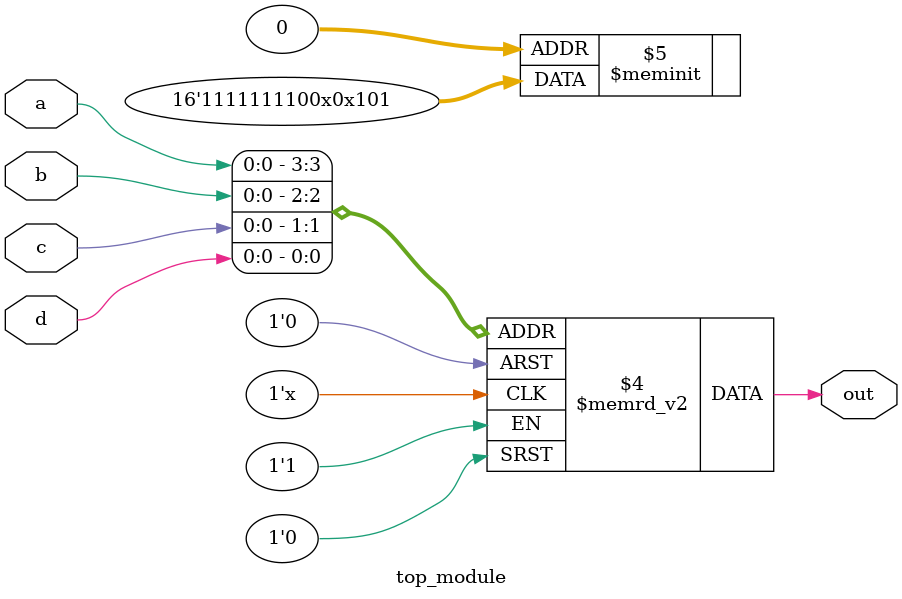
<source format=sv>
module top_module (
    input a, 
    input b,
    input c,
    input d,
    output reg out
);

always @(*)
begin
    case({a,b,c,d})
        4'b0000: out = 1'b1;
        4'b0001: out = 1'b0;
        4'b0010: out = 1'b1;
        4'b0011: out = 1'bx; // You can choose 'x' as the output for don't-care conditions
        4'b0100: out = 1'b0;
        4'b0101: out = 1'bx; // Set this output as 'x' as it is a don't-care condition
        4'b0110: out = 1'b0;
        4'b0111: out = 1'b0;
        4'b1000: out = 1'b1;
        4'b1001: out = 1'b1;
        4'b1010: out = 1'b1;
        4'b1011: out = 1'b1;
        4'b1100: out = 1'b1;
        4'b1101: out = 1'b1;
        4'b1110: out = 1'b1;
        default: out = 1'b1;
    endcase
end

endmodule

</source>
